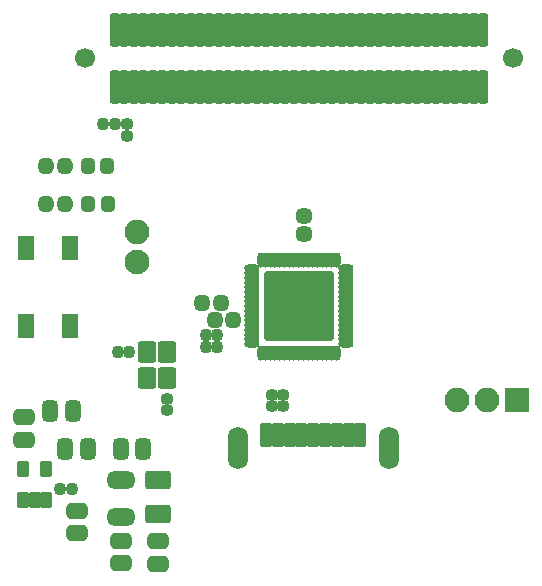
<source format=gbr>
%TF.GenerationSoftware,KiCad,Pcbnew,6.0.7-f9a2dced07~116~ubuntu20.04.1*%
%TF.CreationDate,2022-08-24T05:01:59+07:00*%
%TF.ProjectId,CH569Board,43483536-3942-46f6-9172-642e6b696361,rev?*%
%TF.SameCoordinates,Original*%
%TF.FileFunction,Soldermask,Top*%
%TF.FilePolarity,Negative*%
%FSLAX46Y46*%
G04 Gerber Fmt 4.6, Leading zero omitted, Abs format (unit mm)*
G04 Created by KiCad (PCBNEW 6.0.7-f9a2dced07~116~ubuntu20.04.1) date 2022-08-24 05:01:59*
%MOMM*%
%LPD*%
G01*
G04 APERTURE LIST*
G04 Aperture macros list*
%AMRoundRect*
0 Rectangle with rounded corners*
0 $1 Rounding radius*
0 $2 $3 $4 $5 $6 $7 $8 $9 X,Y pos of 4 corners*
0 Add a 4 corners polygon primitive as box body*
4,1,4,$2,$3,$4,$5,$6,$7,$8,$9,$2,$3,0*
0 Add four circle primitives for the rounded corners*
1,1,$1+$1,$2,$3*
1,1,$1+$1,$4,$5*
1,1,$1+$1,$6,$7*
1,1,$1+$1,$8,$9*
0 Add four rect primitives between the rounded corners*
20,1,$1+$1,$2,$3,$4,$5,0*
20,1,$1+$1,$4,$5,$6,$7,0*
20,1,$1+$1,$6,$7,$8,$9,0*
20,1,$1+$1,$8,$9,$2,$3,0*%
G04 Aperture macros list end*
%ADD10RoundRect,0.200000X0.600000X-0.700000X0.600000X0.700000X-0.600000X0.700000X-0.600000X-0.700000X0*%
%ADD11RoundRect,0.340000X0.140000X0.170000X-0.140000X0.170000X-0.140000X-0.170000X0.140000X-0.170000X0*%
%ADD12RoundRect,0.340000X-0.170000X0.140000X-0.170000X-0.140000X0.170000X-0.140000X0.170000X0.140000X0*%
%ADD13RoundRect,0.335000X0.185000X-0.135000X0.185000X0.135000X-0.185000X0.135000X-0.185000X-0.135000X0*%
%ADD14C,1.700000*%
%ADD15RoundRect,0.200000X0.250000X1.200000X-0.250000X1.200000X-0.250000X-1.200000X0.250000X-1.200000X0*%
%ADD16RoundRect,0.425000X0.225000X0.250000X-0.225000X0.250000X-0.225000X-0.250000X0.225000X-0.250000X0*%
%ADD17RoundRect,0.450000X0.475000X-0.250000X0.475000X0.250000X-0.475000X0.250000X-0.475000X-0.250000X0*%
%ADD18RoundRect,0.200000X-0.300000X0.500000X-0.300000X-0.500000X0.300000X-0.500000X0.300000X0.500000X0*%
%ADD19RoundRect,0.450000X0.250000X0.475000X-0.250000X0.475000X-0.250000X-0.475000X0.250000X-0.475000X0*%
%ADD20RoundRect,0.418750X-0.218750X-0.256250X0.218750X-0.256250X0.218750X0.256250X-0.218750X0.256250X0*%
%ADD21RoundRect,0.335000X0.135000X0.185000X-0.135000X0.185000X-0.135000X-0.185000X0.135000X-0.185000X0*%
%ADD22RoundRect,0.200000X-0.500000X0.850000X-0.500000X-0.850000X0.500000X-0.850000X0.500000X0.850000X0*%
%ADD23C,2.100000*%
%ADD24O,2.100000X2.100000*%
%ADD25RoundRect,0.340000X-0.140000X-0.170000X0.140000X-0.170000X0.140000X0.170000X-0.140000X0.170000X0*%
%ADD26RoundRect,0.200000X-0.850000X0.850000X-0.850000X-0.850000X0.850000X-0.850000X0.850000X0.850000X0*%
%ADD27RoundRect,0.200000X-0.350000X-0.800000X0.350000X-0.800000X0.350000X0.800000X-0.350000X0.800000X0*%
%ADD28O,1.700000X3.600000*%
%ADD29RoundRect,0.450000X-0.250000X-0.475000X0.250000X-0.475000X0.250000X0.475000X-0.250000X0.475000X0*%
%ADD30RoundRect,0.400000X-0.200000X-0.275000X0.200000X-0.275000X0.200000X0.275000X-0.200000X0.275000X0*%
%ADD31RoundRect,0.200000X0.865000X-0.595000X0.865000X0.595000X-0.865000X0.595000X-0.865000X-0.595000X0*%
%ADD32RoundRect,0.425000X0.250000X-0.225000X0.250000X0.225000X-0.250000X0.225000X-0.250000X-0.225000X0*%
%ADD33RoundRect,0.335000X-0.135000X-0.185000X0.135000X-0.185000X0.135000X0.185000X-0.135000X0.185000X0*%
%ADD34O,0.600000X1.300000*%
%ADD35O,1.300000X0.600000*%
%ADD36RoundRect,0.200000X-2.750000X-2.750000X2.750000X-2.750000X2.750000X2.750000X-2.750000X2.750000X0*%
%ADD37RoundRect,0.450000X-0.475000X0.250000X-0.475000X-0.250000X0.475000X-0.250000X0.475000X0.250000X0*%
%ADD38RoundRect,0.450000X-0.700000X0.275000X-0.700000X-0.275000X0.700000X-0.275000X0.700000X0.275000X0*%
G04 APERTURE END LIST*
D10*
%TO.C,X1*%
X112685000Y-109410000D03*
X112685000Y-107210000D03*
X114385000Y-107210000D03*
X114385000Y-109410000D03*
%TD*%
D11*
%TO.C,C23*%
X111215000Y-107210000D03*
X110255000Y-107210000D03*
%TD*%
D12*
%TO.C,C5*%
X114385000Y-111225000D03*
X114385000Y-112185000D03*
%TD*%
D13*
%TO.C,R4*%
X111048800Y-88952800D03*
X111048800Y-87932800D03*
%TD*%
D14*
%TO.C,CN1*%
X143710000Y-82390000D03*
X107510000Y-82390000D03*
D15*
X141210000Y-79990000D03*
X141210000Y-84790000D03*
X140410000Y-79990000D03*
X140410000Y-84790000D03*
X139610000Y-79990000D03*
X139610000Y-84790000D03*
X138810000Y-79990000D03*
X138810000Y-84790000D03*
X138010000Y-79990000D03*
X138010000Y-84790000D03*
X137210000Y-79990000D03*
X137210000Y-84790000D03*
X136410000Y-79990000D03*
X136410000Y-84790000D03*
X135610000Y-79990000D03*
X135610000Y-84790000D03*
X134810000Y-79990000D03*
X134810000Y-84790000D03*
X134010000Y-79990000D03*
X134010000Y-84790000D03*
X133210000Y-79990000D03*
X133210000Y-84790000D03*
X132410000Y-79990000D03*
X132410000Y-84790000D03*
X131610000Y-79990000D03*
X131610000Y-84790000D03*
X130810000Y-79990000D03*
X130810000Y-84790000D03*
X130010000Y-79990000D03*
X130010000Y-84790000D03*
X129210000Y-79990000D03*
X129210000Y-84790000D03*
X128410000Y-79990000D03*
X128410000Y-84790000D03*
X127610000Y-79990000D03*
X127610000Y-84790000D03*
X126810000Y-79990000D03*
X126810000Y-84790000D03*
X126010000Y-79990000D03*
X126010000Y-84790000D03*
X125210000Y-79990000D03*
X125210000Y-84790000D03*
X124410000Y-79990000D03*
X124410000Y-84790000D03*
X123610000Y-79990000D03*
X123610000Y-84790000D03*
X122810000Y-79990000D03*
X122810000Y-84790000D03*
X122010000Y-79990000D03*
X122010000Y-84790000D03*
X121210000Y-79990000D03*
X121210000Y-84790000D03*
X120410000Y-79990000D03*
X120410000Y-84790000D03*
X119610000Y-79990000D03*
X119610000Y-84790000D03*
X118810000Y-79990000D03*
X118810000Y-84790000D03*
X118010000Y-79990000D03*
X118010000Y-84790000D03*
X117210000Y-79990000D03*
X117210000Y-84790000D03*
X116410000Y-79990000D03*
X116410000Y-84790000D03*
X115610000Y-79990000D03*
X115610000Y-84790000D03*
X114810000Y-79990000D03*
X114810000Y-84790000D03*
X114010000Y-79990000D03*
X114010000Y-84790000D03*
X113210000Y-79990000D03*
X113210000Y-84790000D03*
X112410000Y-79990000D03*
X112410000Y-84790000D03*
X111610000Y-79990000D03*
X111610000Y-84790000D03*
X110810000Y-79990000D03*
X110810000Y-84790000D03*
X110010000Y-79990000D03*
X110010000Y-84790000D03*
%TD*%
D12*
%TO.C,C14*%
X123320000Y-110840000D03*
X123320000Y-111800000D03*
%TD*%
D16*
%TO.C,C19*%
X120025000Y-104570000D03*
X118475000Y-104570000D03*
%TD*%
D17*
%TO.C,C4*%
X106832400Y-122565200D03*
X106832400Y-120665200D03*
%TD*%
D16*
%TO.C,C16*%
X118955000Y-103060000D03*
X117405000Y-103060000D03*
%TD*%
D18*
%TO.C,U1*%
X102270000Y-119780000D03*
X103220000Y-119780000D03*
X104170000Y-119780000D03*
X104170000Y-117180000D03*
X102270000Y-117180000D03*
%TD*%
D19*
%TO.C,C1*%
X106450000Y-112200000D03*
X104550000Y-112200000D03*
%TD*%
D12*
%TO.C,C13*%
X124270000Y-110840000D03*
X124270000Y-111800000D03*
%TD*%
D20*
%TO.C,D2*%
X104206700Y-94736200D03*
X105781700Y-94736200D03*
%TD*%
%TO.C,D1*%
X104186700Y-91506200D03*
X105761700Y-91506200D03*
%TD*%
D21*
%TO.C,R5*%
X109984000Y-87934800D03*
X108964000Y-87934800D03*
%TD*%
D22*
%TO.C,SW1*%
X106200000Y-98400000D03*
X106200000Y-105000000D03*
X102500000Y-98400000D03*
X102500000Y-105000000D03*
%TD*%
D23*
%TO.C,J1*%
X111912400Y-99623800D03*
D24*
X111912400Y-97083800D03*
%TD*%
D25*
%TO.C,C21*%
X117731600Y-106781600D03*
X118691600Y-106781600D03*
%TD*%
D17*
%TO.C,C12*%
X113680000Y-125170000D03*
X113680000Y-123270000D03*
%TD*%
D26*
%TO.C,J2*%
X144075000Y-111275000D03*
D24*
X141535000Y-111275000D03*
X138995000Y-111275000D03*
%TD*%
D19*
%TO.C,C7*%
X112405000Y-115482400D03*
X110505000Y-115482400D03*
%TD*%
D27*
%TO.C,USB1*%
X123800000Y-114230007D03*
X125800000Y-114230007D03*
X127800000Y-114230007D03*
X129800000Y-114230007D03*
X130800000Y-114230007D03*
X128800000Y-114230007D03*
X126800000Y-114230007D03*
X124800000Y-114230007D03*
X122800000Y-114230007D03*
D28*
X120400000Y-115390007D03*
X133200000Y-115390007D03*
%TD*%
D29*
%TO.C,C3*%
X105790000Y-115480000D03*
X107690000Y-115480000D03*
%TD*%
D30*
%TO.C,R3*%
X107749200Y-94736200D03*
X109399200Y-94736200D03*
%TD*%
%TO.C,R2*%
X107709200Y-91516200D03*
X109359200Y-91516200D03*
%TD*%
D31*
%TO.C,F1*%
X113680000Y-120996400D03*
X113680000Y-118096400D03*
%TD*%
D32*
%TO.C,C15*%
X126000000Y-97265000D03*
X126000000Y-95715000D03*
%TD*%
D25*
%TO.C,C22*%
X117731600Y-105765600D03*
X118691600Y-105765600D03*
%TD*%
D33*
%TO.C,R6*%
X105350000Y-118800000D03*
X106370000Y-118800000D03*
%TD*%
D34*
%TO.C,U4*%
X122402600Y-107310000D03*
X122802600Y-107310000D03*
X123202600Y-107310000D03*
X123602600Y-107310000D03*
X124002600Y-107310000D03*
X124402600Y-107310000D03*
X124802600Y-107310000D03*
X125202600Y-107310000D03*
X125602600Y-107310000D03*
X126002600Y-107310000D03*
X126402600Y-107310000D03*
X126802600Y-107310000D03*
X127202600Y-107310000D03*
X127602600Y-107310000D03*
X128002600Y-107310000D03*
X128402600Y-107310000D03*
X128802600Y-107310000D03*
D35*
X129552600Y-106560000D03*
X129552600Y-106160000D03*
X129552600Y-105760000D03*
X129552600Y-105360000D03*
X129552600Y-104960000D03*
X129552600Y-104560000D03*
X129552600Y-104160000D03*
X129552600Y-103760000D03*
X129552600Y-103360000D03*
X129552600Y-102960000D03*
X129552600Y-102560000D03*
X129552600Y-102160000D03*
X129552600Y-101760000D03*
X129552600Y-101360000D03*
X129552600Y-100960000D03*
X129552600Y-100560000D03*
X129552600Y-100160000D03*
D34*
X128802600Y-99410000D03*
X128402600Y-99410000D03*
X128002600Y-99410000D03*
X127602600Y-99410000D03*
X127202600Y-99410000D03*
X126802600Y-99410000D03*
X126402600Y-99410000D03*
X126002600Y-99410000D03*
X125602600Y-99410000D03*
X125202600Y-99410000D03*
X124802600Y-99410000D03*
X124402600Y-99410000D03*
X124002600Y-99410000D03*
X123602600Y-99410000D03*
X123202600Y-99410000D03*
X122802600Y-99410000D03*
X122402600Y-99410000D03*
D35*
X121652600Y-100160000D03*
X121652600Y-100560000D03*
X121652600Y-100960000D03*
X121652600Y-101360000D03*
X121652600Y-101760000D03*
X121652600Y-102160000D03*
X121652600Y-102560000D03*
X121652600Y-102960000D03*
X121652600Y-103360000D03*
X121652600Y-103760000D03*
X121652600Y-104160000D03*
X121652600Y-104560000D03*
X121652600Y-104960000D03*
X121652600Y-105360000D03*
X121652600Y-105760000D03*
X121652600Y-106160000D03*
X121652600Y-106560000D03*
D36*
X125602600Y-103360000D03*
%TD*%
D17*
%TO.C,C2*%
X102300000Y-114660000D03*
X102300000Y-112760000D03*
%TD*%
D37*
%TO.C,C11*%
X110530400Y-123219200D03*
X110530400Y-125119200D03*
%TD*%
D38*
%TO.C,FB1*%
X110505000Y-118047400D03*
X110505000Y-121197400D03*
%TD*%
M02*

</source>
